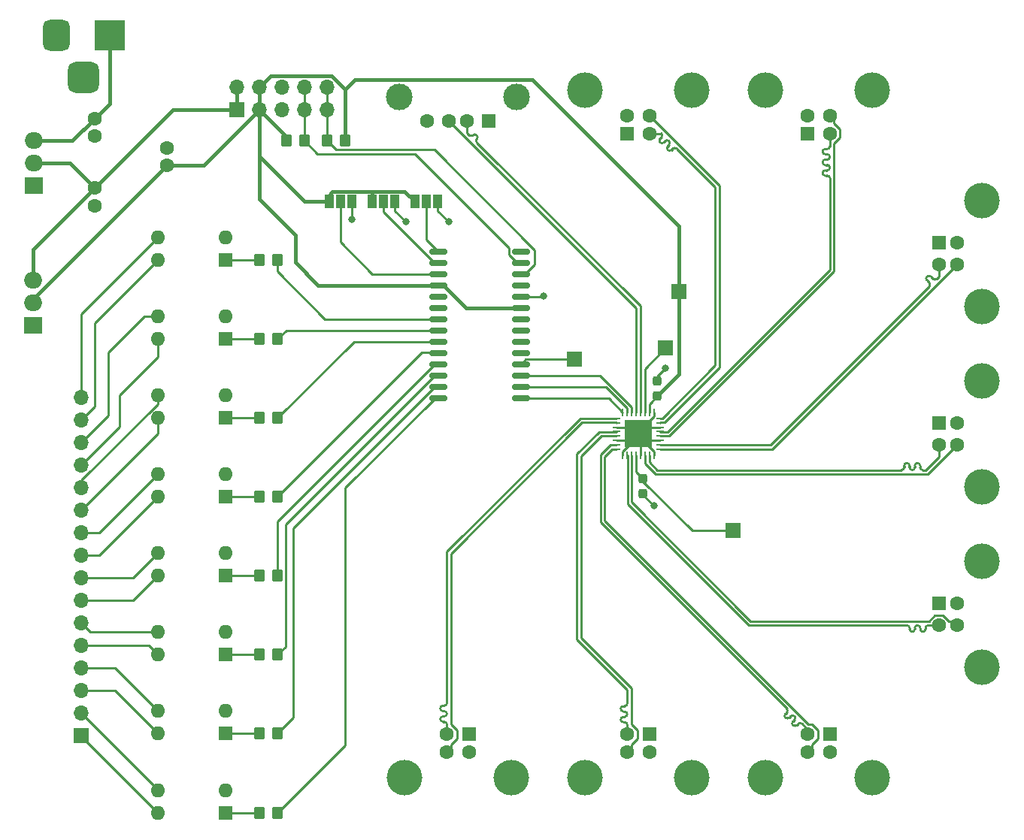
<source format=gbr>
%TF.GenerationSoftware,KiCad,Pcbnew,(6.0.4)*%
%TF.CreationDate,2022-11-01T18:45:11-05:00*%
%TF.ProjectId,RaspPi_RemoteClusterController,52617370-5069-45f5-9265-6d6f7465436c,rev?*%
%TF.SameCoordinates,Original*%
%TF.FileFunction,Copper,L1,Top*%
%TF.FilePolarity,Positive*%
%FSLAX46Y46*%
G04 Gerber Fmt 4.6, Leading zero omitted, Abs format (unit mm)*
G04 Created by KiCad (PCBNEW (6.0.4)) date 2022-11-01 18:45:11*
%MOMM*%
%LPD*%
G01*
G04 APERTURE LIST*
G04 Aperture macros list*
%AMRoundRect*
0 Rectangle with rounded corners*
0 $1 Rounding radius*
0 $2 $3 $4 $5 $6 $7 $8 $9 X,Y pos of 4 corners*
0 Add a 4 corners polygon primitive as box body*
4,1,4,$2,$3,$4,$5,$6,$7,$8,$9,$2,$3,0*
0 Add four circle primitives for the rounded corners*
1,1,$1+$1,$2,$3*
1,1,$1+$1,$4,$5*
1,1,$1+$1,$6,$7*
1,1,$1+$1,$8,$9*
0 Add four rect primitives between the rounded corners*
20,1,$1+$1,$2,$3,$4,$5,0*
20,1,$1+$1,$4,$5,$6,$7,0*
20,1,$1+$1,$6,$7,$8,$9,0*
20,1,$1+$1,$8,$9,$2,$3,0*%
%AMFreePoly0*
4,1,14,0.340806,0.106694,0.394194,0.053306,0.412500,0.009112,0.412500,-0.062500,0.394194,-0.106694,0.350000,-0.125000,-0.350000,-0.125000,-0.394194,-0.106694,-0.412500,-0.062500,-0.412500,0.062500,-0.394194,0.106694,-0.350000,0.125000,0.296612,0.125000,0.340806,0.106694,0.340806,0.106694,$1*%
%AMFreePoly1*
4,1,14,0.394194,0.106694,0.412500,0.062500,0.412500,-0.009112,0.394194,-0.053306,0.340806,-0.106694,0.296612,-0.125000,-0.350000,-0.125000,-0.394194,-0.106694,-0.412500,-0.062500,-0.412500,0.062500,-0.394194,0.106694,-0.350000,0.125000,0.350000,0.125000,0.394194,0.106694,0.394194,0.106694,$1*%
%AMFreePoly2*
4,1,14,0.106694,0.394194,0.125000,0.350000,0.125000,-0.350000,0.106694,-0.394194,0.062500,-0.412500,-0.062500,-0.412500,-0.106694,-0.394194,-0.125000,-0.350000,-0.125000,0.296612,-0.106694,0.340806,-0.053306,0.394194,-0.009112,0.412500,0.062500,0.412500,0.106694,0.394194,0.106694,0.394194,$1*%
%AMFreePoly3*
4,1,14,0.053306,0.394194,0.106694,0.340806,0.125000,0.296612,0.125000,-0.350000,0.106694,-0.394194,0.062500,-0.412500,-0.062500,-0.412500,-0.106694,-0.394194,-0.125000,-0.350000,-0.125000,0.350000,-0.106694,0.394194,-0.062500,0.412500,0.009112,0.412500,0.053306,0.394194,0.053306,0.394194,$1*%
%AMFreePoly4*
4,1,14,0.394194,0.106694,0.412500,0.062500,0.412500,-0.062500,0.394194,-0.106694,0.350000,-0.125000,-0.296612,-0.125000,-0.340806,-0.106694,-0.394194,-0.053306,-0.412500,-0.009112,-0.412500,0.062500,-0.394194,0.106694,-0.350000,0.125000,0.350000,0.125000,0.394194,0.106694,0.394194,0.106694,$1*%
%AMFreePoly5*
4,1,14,0.394194,0.106694,0.412500,0.062500,0.412500,-0.062500,0.394194,-0.106694,0.350000,-0.125000,-0.350000,-0.125000,-0.394194,-0.106694,-0.412500,-0.062500,-0.412500,0.009112,-0.394194,0.053306,-0.340806,0.106694,-0.296612,0.125000,0.350000,0.125000,0.394194,0.106694,0.394194,0.106694,$1*%
%AMFreePoly6*
4,1,14,0.106694,0.394194,0.125000,0.350000,0.125000,-0.296612,0.106694,-0.340806,0.053306,-0.394194,0.009112,-0.412500,-0.062500,-0.412500,-0.106694,-0.394194,-0.125000,-0.350000,-0.125000,0.350000,-0.106694,0.394194,-0.062500,0.412500,0.062500,0.412500,0.106694,0.394194,0.106694,0.394194,$1*%
%AMFreePoly7*
4,1,14,0.106694,0.394194,0.125000,0.350000,0.125000,-0.350000,0.106694,-0.394194,0.062500,-0.412500,-0.009112,-0.412500,-0.053306,-0.394194,-0.106694,-0.340806,-0.125000,-0.296612,-0.125000,0.350000,-0.106694,0.394194,-0.062500,0.412500,0.062500,0.412500,0.106694,0.394194,0.106694,0.394194,$1*%
G04 Aperture macros list end*
%TA.AperFunction,ComponentPad*%
%ADD10C,1.600000*%
%TD*%
%TA.AperFunction,ComponentPad*%
%ADD11R,1.600000X1.600000*%
%TD*%
%TA.AperFunction,ComponentPad*%
%ADD12C,4.000000*%
%TD*%
%TA.AperFunction,ComponentPad*%
%ADD13O,1.600000X1.600000*%
%TD*%
%TA.AperFunction,ComponentPad*%
%ADD14R,1.700000X1.700000*%
%TD*%
%TA.AperFunction,SMDPad,CuDef*%
%ADD15RoundRect,0.250000X0.350000X0.450000X-0.350000X0.450000X-0.350000X-0.450000X0.350000X-0.450000X0*%
%TD*%
%TA.AperFunction,SMDPad,CuDef*%
%ADD16RoundRect,0.237500X0.237500X-0.300000X0.237500X0.300000X-0.237500X0.300000X-0.237500X-0.300000X0*%
%TD*%
%TA.AperFunction,ComponentPad*%
%ADD17O,1.700000X1.700000*%
%TD*%
%TA.AperFunction,SMDPad,CuDef*%
%ADD18RoundRect,0.250000X-0.350000X-0.450000X0.350000X-0.450000X0.350000X0.450000X-0.350000X0.450000X0*%
%TD*%
%TA.AperFunction,SMDPad,CuDef*%
%ADD19R,1.000000X1.500000*%
%TD*%
%TA.AperFunction,ComponentPad*%
%ADD20R,2.000000X1.905000*%
%TD*%
%TA.AperFunction,ComponentPad*%
%ADD21O,2.000000X1.905000*%
%TD*%
%TA.AperFunction,ComponentPad*%
%ADD22R,1.600000X1.500000*%
%TD*%
%TA.AperFunction,ComponentPad*%
%ADD23C,3.000000*%
%TD*%
%TA.AperFunction,SMDPad,CuDef*%
%ADD24FreePoly0,270.000000*%
%TD*%
%TA.AperFunction,SMDPad,CuDef*%
%ADD25RoundRect,0.062500X-0.062500X0.350000X-0.062500X-0.350000X0.062500X-0.350000X0.062500X0.350000X0*%
%TD*%
%TA.AperFunction,SMDPad,CuDef*%
%ADD26FreePoly1,270.000000*%
%TD*%
%TA.AperFunction,SMDPad,CuDef*%
%ADD27FreePoly2,270.000000*%
%TD*%
%TA.AperFunction,SMDPad,CuDef*%
%ADD28RoundRect,0.062500X-0.350000X0.062500X-0.350000X-0.062500X0.350000X-0.062500X0.350000X0.062500X0*%
%TD*%
%TA.AperFunction,SMDPad,CuDef*%
%ADD29FreePoly3,270.000000*%
%TD*%
%TA.AperFunction,SMDPad,CuDef*%
%ADD30FreePoly4,270.000000*%
%TD*%
%TA.AperFunction,SMDPad,CuDef*%
%ADD31FreePoly5,270.000000*%
%TD*%
%TA.AperFunction,SMDPad,CuDef*%
%ADD32FreePoly6,270.000000*%
%TD*%
%TA.AperFunction,SMDPad,CuDef*%
%ADD33FreePoly7,270.000000*%
%TD*%
%TA.AperFunction,SMDPad,CuDef*%
%ADD34R,3.100000X3.100000*%
%TD*%
%TA.AperFunction,SMDPad,CuDef*%
%ADD35RoundRect,0.237500X-0.237500X0.300000X-0.237500X-0.300000X0.237500X-0.300000X0.237500X0.300000X0*%
%TD*%
%TA.AperFunction,SMDPad,CuDef*%
%ADD36RoundRect,0.150000X0.875000X0.150000X-0.875000X0.150000X-0.875000X-0.150000X0.875000X-0.150000X0*%
%TD*%
%TA.AperFunction,ComponentPad*%
%ADD37R,3.500000X3.500000*%
%TD*%
%TA.AperFunction,ComponentPad*%
%ADD38RoundRect,0.750000X-0.750000X-1.000000X0.750000X-1.000000X0.750000X1.000000X-0.750000X1.000000X0*%
%TD*%
%TA.AperFunction,ComponentPad*%
%ADD39RoundRect,0.875000X-0.875000X-0.875000X0.875000X-0.875000X0.875000X0.875000X-0.875000X0.875000X0*%
%TD*%
%TA.AperFunction,ViaPad*%
%ADD40C,0.800000*%
%TD*%
%TA.AperFunction,Conductor*%
%ADD41C,0.400000*%
%TD*%
%TA.AperFunction,Conductor*%
%ADD42C,0.250000*%
%TD*%
%TA.AperFunction,Conductor*%
%ADD43C,0.261112*%
%TD*%
G04 APERTURE END LIST*
D10*
%TO.P,C3,1*%
%TO.N,+3V3*%
X117094000Y-61198000D03*
%TO.P,C3,2*%
%TO.N,GND*%
X117094000Y-59198000D03*
%TD*%
%TO.P,C2,1*%
%TO.N,+5V*%
X108966000Y-63754000D03*
%TO.P,C2,2*%
%TO.N,GND*%
X108966000Y-65754000D03*
%TD*%
%TO.P,C1,1*%
%TO.N,+6V*%
X108966000Y-55896000D03*
%TO.P,C1,2*%
%TO.N,GND*%
X108966000Y-57896000D03*
%TD*%
D11*
%TO.P,J11,1,VBUS*%
%TO.N,unconnected-(J11-Pad1)*%
X151110000Y-125292500D03*
D10*
%TO.P,J11,2,D-*%
%TO.N,/D0-*%
X148610000Y-125292500D03*
%TO.P,J11,3,D+*%
%TO.N,/D0+*%
X148610000Y-127292500D03*
%TO.P,J11,4,GND*%
%TO.N,GND*%
X151110000Y-127292500D03*
D12*
%TO.P,J11,5,Shield*%
X143860000Y-130152500D03*
X155860000Y-130152500D03*
%TD*%
D11*
%TO.P,J6,1,VBUS*%
%TO.N,unconnected-(J6-Pad1)*%
X204032500Y-69870000D03*
D10*
%TO.P,J6,2,D-*%
%TO.N,/D5-*%
X204032500Y-72370000D03*
%TO.P,J6,3,D+*%
%TO.N,/D5+*%
X206032500Y-72370000D03*
%TO.P,J6,4,GND*%
%TO.N,GND*%
X206032500Y-69870000D03*
D12*
%TO.P,J6,5,Shield*%
X208892500Y-65120000D03*
X208892500Y-77120000D03*
%TD*%
D11*
%TO.P,U11,1*%
%TO.N,Net-(R9-Pad2)*%
X123688000Y-80772000D03*
D13*
%TO.P,U11,2*%
%TO.N,GND*%
X123688000Y-78232000D03*
%TO.P,U11,3*%
%TO.N,Net-(J12-Pad14)*%
X116068000Y-78232000D03*
%TO.P,U11,4*%
%TO.N,Net-(J12-Pad13)*%
X116068000Y-80772000D03*
%TD*%
D14*
%TO.P,JU1,1,Pin_1*%
%TO.N,Net-(JU1-Pad1)*%
X173228000Y-81788000D03*
%TD*%
%TO.P,JU4,1,Pin_1*%
%TO.N,+3V3*%
X174752000Y-75438000D03*
%TD*%
D15*
%TO.P,R1,1*%
%TO.N,+3V3*%
X137144000Y-58420000D03*
%TO.P,R1,2*%
%TO.N,Net-(J2-Pad10)*%
X135144000Y-58420000D03*
%TD*%
D16*
%TO.P,C4,1*%
%TO.N,+3V3*%
X172310000Y-87202500D03*
%TO.P,C4,2*%
%TO.N,GND*%
X172310000Y-85477500D03*
%TD*%
D14*
%TO.P,J2,1,Pin_1*%
%TO.N,+5V*%
X124973000Y-54926000D03*
D17*
%TO.P,J2,2,Pin_2*%
X124973000Y-52386000D03*
%TO.P,J2,3,Pin_3*%
%TO.N,+3V3*%
X127513000Y-54926000D03*
%TO.P,J2,4,Pin_4*%
X127513000Y-52386000D03*
%TO.P,J2,5,Pin_5*%
%TO.N,GND*%
X130053000Y-54926000D03*
%TO.P,J2,6,Pin_6*%
X130053000Y-52386000D03*
%TO.P,J2,7,Pin_7*%
%TO.N,Net-(J2-Pad7)*%
X132593000Y-54926000D03*
%TO.P,J2,8,Pin_8*%
X132593000Y-52386000D03*
%TO.P,J2,9,Pin_9*%
%TO.N,Net-(J2-Pad10)*%
X135133000Y-54926000D03*
%TO.P,J2,10,Pin_10*%
X135133000Y-52386000D03*
%TD*%
D14*
%TO.P,JU2,1,Pin_1*%
%TO.N,Net-(JU2-Pad1)*%
X162990000Y-83058000D03*
%TD*%
D11*
%TO.P,U9,1*%
%TO.N,Net-(R7-Pad2)*%
X123688000Y-98552000D03*
D13*
%TO.P,U9,2*%
%TO.N,GND*%
X123688000Y-96012000D03*
%TO.P,U9,3*%
%TO.N,Net-(J12-Pad10)*%
X116068000Y-96012000D03*
%TO.P,U9,4*%
%TO.N,Net-(J12-Pad9)*%
X116068000Y-98552000D03*
%TD*%
D11*
%TO.P,J9,1,VBUS*%
%TO.N,unconnected-(J9-Pad1)*%
X191750000Y-125292500D03*
D10*
%TO.P,J9,2,D-*%
%TO.N,/D2-*%
X189250000Y-125292500D03*
%TO.P,J9,3,D+*%
%TO.N,/D2+*%
X189250000Y-127292500D03*
%TO.P,J9,4,GND*%
%TO.N,GND*%
X191750000Y-127292500D03*
D12*
%TO.P,J9,5,Shield*%
X184500000Y-130152500D03*
X196500000Y-130152500D03*
%TD*%
D11*
%TO.P,J4,1,VBUS*%
%TO.N,unconnected-(J4-Pad1)*%
X168930000Y-57587500D03*
D10*
%TO.P,J4,2,D-*%
%TO.N,/D7-*%
X171430000Y-57587500D03*
%TO.P,J4,3,D+*%
%TO.N,/D7+*%
X171430000Y-55587500D03*
%TO.P,J4,4,GND*%
%TO.N,GND*%
X168930000Y-55587500D03*
D12*
%TO.P,J4,5,Shield*%
X176180000Y-52727500D03*
X164180000Y-52727500D03*
%TD*%
D18*
%TO.P,R2,1*%
%TO.N,+3V3*%
X130572000Y-58420000D03*
%TO.P,R2,2*%
%TO.N,Net-(J2-Pad7)*%
X132572000Y-58420000D03*
%TD*%
D19*
%TO.P,JP1,1,A*%
%TO.N,+3V3*%
X145004000Y-65278000D03*
%TO.P,JP1,2,C*%
%TO.N,Net-(JP1-Pad2)*%
X146304000Y-65278000D03*
%TO.P,JP1,3,B*%
%TO.N,GND*%
X147604000Y-65278000D03*
%TD*%
D20*
%TO.P,U2,1,GND*%
%TO.N,GND*%
X102037000Y-79248000D03*
D21*
%TO.P,U2,2,VO*%
%TO.N,+3V3*%
X102037000Y-76708000D03*
%TO.P,U2,3,VI*%
%TO.N,+5V*%
X102037000Y-74168000D03*
%TD*%
D11*
%TO.P,U8,1*%
%TO.N,Net-(R6-Pad2)*%
X123688000Y-107442000D03*
D13*
%TO.P,U8,2*%
%TO.N,GND*%
X123688000Y-104902000D03*
%TO.P,U8,3*%
%TO.N,Net-(J12-Pad8)*%
X116068000Y-104902000D03*
%TO.P,U8,4*%
%TO.N,Net-(J12-Pad7)*%
X116068000Y-107442000D03*
%TD*%
D15*
%TO.P,R8,1*%
%TO.N,Net-(R8-Pad1)*%
X129524000Y-89662000D03*
%TO.P,R8,2*%
%TO.N,Net-(R8-Pad2)*%
X127524000Y-89662000D03*
%TD*%
D14*
%TO.P,JU3,1,Pin_1*%
%TO.N,Net-(C5-Pad1)*%
X180848000Y-102362000D03*
%TD*%
D15*
%TO.P,R5,1*%
%TO.N,Net-(R5-Pad1)*%
X129524000Y-116337000D03*
%TO.P,R5,2*%
%TO.N,Net-(R5-Pad2)*%
X127524000Y-116337000D03*
%TD*%
%TO.P,R6,1*%
%TO.N,Net-(R6-Pad1)*%
X129524000Y-107442000D03*
%TO.P,R6,2*%
%TO.N,Net-(R6-Pad2)*%
X127524000Y-107442000D03*
%TD*%
D14*
%TO.P,J12,1,Pin_1*%
%TO.N,Net-(J12-Pad1)*%
X107442000Y-125476000D03*
D17*
%TO.P,J12,2,Pin_2*%
%TO.N,Net-(J12-Pad2)*%
X107442000Y-122936000D03*
%TO.P,J12,3,Pin_3*%
%TO.N,Net-(J12-Pad3)*%
X107442000Y-120396000D03*
%TO.P,J12,4,Pin_4*%
%TO.N,Net-(J12-Pad4)*%
X107442000Y-117856000D03*
%TO.P,J12,5,Pin_5*%
%TO.N,Net-(J12-Pad5)*%
X107442000Y-115316000D03*
%TO.P,J12,6,Pin_6*%
%TO.N,Net-(J12-Pad6)*%
X107442000Y-112776000D03*
%TO.P,J12,7,Pin_7*%
%TO.N,Net-(J12-Pad7)*%
X107442000Y-110236000D03*
%TO.P,J12,8,Pin_8*%
%TO.N,Net-(J12-Pad8)*%
X107442000Y-107696000D03*
%TO.P,J12,9,Pin_9*%
%TO.N,Net-(J12-Pad9)*%
X107442000Y-105156000D03*
%TO.P,J12,10,Pin_10*%
%TO.N,Net-(J12-Pad10)*%
X107442000Y-102616000D03*
%TO.P,J12,11,Pin_11*%
%TO.N,Net-(J12-Pad11)*%
X107442000Y-100076000D03*
%TO.P,J12,12,Pin_12*%
%TO.N,Net-(J12-Pad12)*%
X107442000Y-97536000D03*
%TO.P,J12,13,Pin_13*%
%TO.N,Net-(J12-Pad13)*%
X107442000Y-94996000D03*
%TO.P,J12,14,Pin_14*%
%TO.N,Net-(J12-Pad14)*%
X107442000Y-92456000D03*
%TO.P,J12,15,Pin_15*%
%TO.N,Net-(J12-Pad15)*%
X107442000Y-89916000D03*
%TO.P,J12,16,Pin_16*%
%TO.N,Net-(J12-Pad16)*%
X107442000Y-87376000D03*
%TD*%
D19*
%TO.P,JP3,1,A*%
%TO.N,+3V3*%
X135352000Y-65278000D03*
%TO.P,JP3,2,C*%
%TO.N,Net-(JP3-Pad2)*%
X136652000Y-65278000D03*
%TO.P,JP3,3,B*%
%TO.N,GND*%
X137952000Y-65278000D03*
%TD*%
D11*
%TO.P,J7,1,VBUS*%
%TO.N,unconnected-(J7-Pad1)*%
X204032500Y-90190000D03*
D10*
%TO.P,J7,2,D-*%
%TO.N,/D4-*%
X204032500Y-92690000D03*
%TO.P,J7,3,D+*%
%TO.N,/D4+*%
X206032500Y-92690000D03*
%TO.P,J7,4,GND*%
%TO.N,GND*%
X206032500Y-90190000D03*
D12*
%TO.P,J7,5,Shield*%
X208892500Y-85440000D03*
X208892500Y-97440000D03*
%TD*%
D22*
%TO.P,J3,1,VBUS*%
%TO.N,unconnected-(J3-Pad1)*%
X153360000Y-56160000D03*
D10*
%TO.P,J3,2,D-*%
%TO.N,/COM-*%
X150860000Y-56160000D03*
%TO.P,J3,3,D+*%
%TO.N,/COM+*%
X148860000Y-56160000D03*
%TO.P,J3,4,GND*%
%TO.N,GND*%
X146360000Y-56160000D03*
D23*
%TO.P,J3,5,Shield*%
X156430000Y-53450000D03*
X143290000Y-53450000D03*
%TD*%
D15*
%TO.P,R3,1*%
%TO.N,Net-(R3-Pad1)*%
X129524000Y-134158000D03*
%TO.P,R3,2*%
%TO.N,Net-(R3-Pad2)*%
X127524000Y-134158000D03*
%TD*%
D11*
%TO.P,J8,1,VBUS*%
%TO.N,unconnected-(J8-Pad1)*%
X204032500Y-110510000D03*
D10*
%TO.P,J8,2,D-*%
%TO.N,/D3-*%
X204032500Y-113010000D03*
%TO.P,J8,3,D+*%
%TO.N,/D3+*%
X206032500Y-113010000D03*
%TO.P,J8,4,GND*%
%TO.N,GND*%
X206032500Y-110510000D03*
D12*
%TO.P,J8,5,Shield*%
X208892500Y-105760000D03*
X208892500Y-117760000D03*
%TD*%
D11*
%TO.P,U6,1*%
%TO.N,Net-(R4-Pad2)*%
X123688000Y-125222000D03*
D13*
%TO.P,U6,2*%
%TO.N,GND*%
X123688000Y-122682000D03*
%TO.P,U6,3*%
%TO.N,Net-(J12-Pad4)*%
X116068000Y-122682000D03*
%TO.P,U6,4*%
%TO.N,Net-(J12-Pad3)*%
X116068000Y-125222000D03*
%TD*%
D24*
%TO.P,U4,1,GND*%
%TO.N,GND*%
X171930000Y-89002500D03*
D25*
%TO.P,U4,2,+3V3*%
%TO.N,+3V3*%
X171430000Y-89002500D03*
%TO.P,U4,3,EN*%
%TO.N,Net-(JU1-Pad1)*%
X170930000Y-89002500D03*
%TO.P,U4,4,COM0-*%
%TO.N,/COM-*%
X170430000Y-89002500D03*
%TO.P,U4,5,COM+*%
%TO.N,/COM+*%
X169930000Y-89002500D03*
%TO.P,U4,6,C0*%
%TO.N,Net-(U3-Pad3)*%
X169430000Y-89002500D03*
%TO.P,U4,7,C1*%
%TO.N,Net-(U3-Pad2)*%
X168930000Y-89002500D03*
D26*
%TO.P,U4,8,C2*%
%TO.N,Net-(U3-Pad1)*%
X168430000Y-89002500D03*
D27*
%TO.P,U4,9,D0-*%
%TO.N,/D0-*%
X167742500Y-89690000D03*
D28*
%TO.P,U4,10,D0+*%
%TO.N,/D0+*%
X167742500Y-90190000D03*
%TO.P,U4,11,GND*%
%TO.N,GND*%
X167742500Y-90690000D03*
%TO.P,U4,12,D1-*%
%TO.N,/D1-*%
X167742500Y-91190000D03*
%TO.P,U4,13,D1+*%
%TO.N,/D1+*%
X167742500Y-91690000D03*
%TO.P,U4,14,GND*%
%TO.N,GND*%
X167742500Y-92190000D03*
%TO.P,U4,15,D2-*%
%TO.N,/D2-*%
X167742500Y-92690000D03*
D29*
%TO.P,U4,16,D2+*%
%TO.N,/D2+*%
X167742500Y-93190000D03*
D30*
%TO.P,U4,17,GND*%
%TO.N,GND*%
X168430000Y-93877500D03*
D25*
%TO.P,U4,18,D3-*%
%TO.N,/D3-*%
X168930000Y-93877500D03*
%TO.P,U4,19,D3+*%
%TO.N,/D3+*%
X169430000Y-93877500D03*
%TO.P,U4,20,+3V3*%
%TO.N,Net-(C5-Pad1)*%
X169930000Y-93877500D03*
%TO.P,U4,21,GND*%
%TO.N,GND*%
X170430000Y-93877500D03*
%TO.P,U4,22,D4+*%
%TO.N,/D4+*%
X170930000Y-93877500D03*
%TO.P,U4,23,D4-*%
%TO.N,/D4-*%
X171430000Y-93877500D03*
D31*
%TO.P,U4,24,GND*%
%TO.N,GND*%
X171930000Y-93877500D03*
D32*
%TO.P,U4,25,D5+*%
%TO.N,/D5+*%
X172617500Y-93190000D03*
D28*
%TO.P,U4,26,D5-*%
%TO.N,/D5-*%
X172617500Y-92690000D03*
%TO.P,U4,27,GND*%
%TO.N,GND*%
X172617500Y-92190000D03*
%TO.P,U4,28,D6+*%
%TO.N,/D6+*%
X172617500Y-91690000D03*
%TO.P,U4,29,D6-*%
%TO.N,/D6-*%
X172617500Y-91190000D03*
%TO.P,U4,30,GND*%
%TO.N,GND*%
X172617500Y-90690000D03*
%TO.P,U4,31,D7+*%
%TO.N,/D7+*%
X172617500Y-90190000D03*
D33*
%TO.P,U4,32,D7-*%
%TO.N,/D7-*%
X172617500Y-89690000D03*
D34*
%TO.P,U4,33,EP*%
%TO.N,GND*%
X170180000Y-91440000D03*
%TD*%
D11*
%TO.P,U7,1*%
%TO.N,Net-(R5-Pad2)*%
X123688000Y-116337000D03*
D13*
%TO.P,U7,2*%
%TO.N,GND*%
X123688000Y-113797000D03*
%TO.P,U7,3*%
%TO.N,Net-(J12-Pad6)*%
X116068000Y-113797000D03*
%TO.P,U7,4*%
%TO.N,Net-(J12-Pad5)*%
X116068000Y-116337000D03*
%TD*%
D19*
%TO.P,JP2,1,A*%
%TO.N,+3V3*%
X140178000Y-65278000D03*
%TO.P,JP2,2,C*%
%TO.N,Net-(JP2-Pad2)*%
X141478000Y-65278000D03*
%TO.P,JP2,3,B*%
%TO.N,GND*%
X142778000Y-65278000D03*
%TD*%
D11*
%TO.P,J5,1,VBUS*%
%TO.N,unconnected-(J5-Pad1)*%
X189250000Y-57587500D03*
D10*
%TO.P,J5,2,D-*%
%TO.N,/D6-*%
X191750000Y-57587500D03*
%TO.P,J5,3,D+*%
%TO.N,/D6+*%
X191750000Y-55587500D03*
%TO.P,J5,4,GND*%
%TO.N,GND*%
X189250000Y-55587500D03*
D12*
%TO.P,J5,5,Shield*%
X184500000Y-52727500D03*
X196500000Y-52727500D03*
%TD*%
D35*
%TO.P,C5,1*%
%TO.N,Net-(C5-Pad1)*%
X170710000Y-96470000D03*
%TO.P,C5,2*%
%TO.N,GND*%
X170710000Y-98195000D03*
%TD*%
D11*
%TO.P,U12,1*%
%TO.N,Net-(R10-Pad2)*%
X123688000Y-71882000D03*
D13*
%TO.P,U12,2*%
%TO.N,GND*%
X123688000Y-69342000D03*
%TO.P,U12,3*%
%TO.N,Net-(J12-Pad16)*%
X116068000Y-69342000D03*
%TO.P,U12,4*%
%TO.N,Net-(J12-Pad15)*%
X116068000Y-71882000D03*
%TD*%
D11*
%TO.P,U5,1*%
%TO.N,Net-(R3-Pad2)*%
X123688000Y-134158000D03*
D13*
%TO.P,U5,2*%
%TO.N,GND*%
X123688000Y-131618000D03*
%TO.P,U5,3*%
%TO.N,Net-(J12-Pad2)*%
X116068000Y-131618000D03*
%TO.P,U5,4*%
%TO.N,Net-(J12-Pad1)*%
X116068000Y-134158000D03*
%TD*%
D11*
%TO.P,U10,1*%
%TO.N,Net-(R8-Pad2)*%
X123688000Y-89662000D03*
D13*
%TO.P,U10,2*%
%TO.N,GND*%
X123688000Y-87122000D03*
%TO.P,U10,3*%
%TO.N,Net-(J12-Pad12)*%
X116068000Y-87122000D03*
%TO.P,U10,4*%
%TO.N,Net-(J12-Pad11)*%
X116068000Y-89662000D03*
%TD*%
D15*
%TO.P,R10,1*%
%TO.N,Net-(R10-Pad1)*%
X129524000Y-71882000D03*
%TO.P,R10,2*%
%TO.N,Net-(R10-Pad2)*%
X127524000Y-71882000D03*
%TD*%
%TO.P,R9,1*%
%TO.N,Net-(R9-Pad1)*%
X129524000Y-80772000D03*
%TO.P,R9,2*%
%TO.N,Net-(R9-Pad2)*%
X127524000Y-80772000D03*
%TD*%
%TO.P,R4,1*%
%TO.N,Net-(R4-Pad1)*%
X129524000Y-125222000D03*
%TO.P,R4,2*%
%TO.N,Net-(R4-Pad2)*%
X127524000Y-125222000D03*
%TD*%
D36*
%TO.P,U3,1,GPB0*%
%TO.N,Net-(U3-Pad1)*%
X156970000Y-87405000D03*
%TO.P,U3,2,GPB1*%
%TO.N,Net-(U3-Pad2)*%
X156970000Y-86135000D03*
%TO.P,U3,3,GPB2*%
%TO.N,Net-(U3-Pad3)*%
X156970000Y-84865000D03*
%TO.P,U3,4,GPB3*%
%TO.N,Net-(JU2-Pad1)*%
X156970000Y-83595000D03*
%TO.P,U3,5,GPB4*%
%TO.N,unconnected-(U3-Pad5)*%
X156970000Y-82325000D03*
%TO.P,U3,6,GPB5*%
%TO.N,unconnected-(U3-Pad6)*%
X156970000Y-81055000D03*
%TO.P,U3,7,GPB6*%
%TO.N,unconnected-(U3-Pad7)*%
X156970000Y-79785000D03*
%TO.P,U3,8,GPB7*%
%TO.N,unconnected-(U3-Pad8)*%
X156970000Y-78515000D03*
%TO.P,U3,9,VDD*%
%TO.N,+3V3*%
X156970000Y-77245000D03*
%TO.P,U3,10,VSS*%
%TO.N,GND*%
X156970000Y-75975000D03*
%TO.P,U3,11,NC*%
%TO.N,unconnected-(U3-Pad11)*%
X156970000Y-74705000D03*
%TO.P,U3,12,SCK*%
%TO.N,Net-(J2-Pad10)*%
X156970000Y-73435000D03*
%TO.P,U3,13,SDA*%
%TO.N,Net-(J2-Pad7)*%
X156970000Y-72165000D03*
%TO.P,U3,14,NC*%
%TO.N,unconnected-(U3-Pad14)*%
X156970000Y-70895000D03*
%TO.P,U3,15,A0*%
%TO.N,Net-(JP1-Pad2)*%
X147670000Y-70895000D03*
%TO.P,U3,16,A1*%
%TO.N,Net-(JP2-Pad2)*%
X147670000Y-72165000D03*
%TO.P,U3,17,A2*%
%TO.N,Net-(JP3-Pad2)*%
X147670000Y-73435000D03*
%TO.P,U3,18,~{RESET}*%
%TO.N,+3V3*%
X147670000Y-74705000D03*
%TO.P,U3,19,INTB*%
%TO.N,unconnected-(U3-Pad19)*%
X147670000Y-75975000D03*
%TO.P,U3,20,INTA*%
%TO.N,unconnected-(U3-Pad20)*%
X147670000Y-77245000D03*
%TO.P,U3,21,GPA0*%
%TO.N,Net-(R10-Pad1)*%
X147670000Y-78515000D03*
%TO.P,U3,22,GPA1*%
%TO.N,Net-(R9-Pad1)*%
X147670000Y-79785000D03*
%TO.P,U3,23,GPA2*%
%TO.N,Net-(R8-Pad1)*%
X147670000Y-81055000D03*
%TO.P,U3,24,GPA3*%
%TO.N,Net-(R7-Pad1)*%
X147670000Y-82325000D03*
%TO.P,U3,25,GPA4*%
%TO.N,Net-(R6-Pad1)*%
X147670000Y-83595000D03*
%TO.P,U3,26,GPA5*%
%TO.N,Net-(R5-Pad1)*%
X147670000Y-84865000D03*
%TO.P,U3,27,GPA6*%
%TO.N,Net-(R4-Pad1)*%
X147670000Y-86135000D03*
%TO.P,U3,28,GPA7*%
%TO.N,Net-(R3-Pad1)*%
X147670000Y-87405000D03*
%TD*%
D37*
%TO.P,J1,1*%
%TO.N,+6V*%
X110648000Y-46540500D03*
D38*
%TO.P,J1,2*%
%TO.N,GND*%
X104648000Y-46540500D03*
D39*
%TO.P,J1,3*%
%TO.N,N/C*%
X107648000Y-51240500D03*
%TD*%
D15*
%TO.P,R7,1*%
%TO.N,Net-(R7-Pad1)*%
X129524000Y-98552000D03*
%TO.P,R7,2*%
%TO.N,Net-(R7-Pad2)*%
X127524000Y-98552000D03*
%TD*%
D11*
%TO.P,J10,1,VBUS*%
%TO.N,unconnected-(J10-Pad1)*%
X171430000Y-125292500D03*
D10*
%TO.P,J10,2,D-*%
%TO.N,/D1-*%
X168930000Y-125292500D03*
%TO.P,J10,3,D+*%
%TO.N,/D1+*%
X168930000Y-127292500D03*
%TO.P,J10,4,GND*%
%TO.N,GND*%
X171430000Y-127292500D03*
D12*
%TO.P,J10,5,Shield*%
X176180000Y-130152500D03*
X164180000Y-130152500D03*
%TD*%
D20*
%TO.P,U1,1,GND*%
%TO.N,GND*%
X102108000Y-63500000D03*
D21*
%TO.P,U1,2,VO*%
%TO.N,+5V*%
X102108000Y-60960000D03*
%TO.P,U1,3,VI*%
%TO.N,+6V*%
X102108000Y-58420000D03*
%TD*%
D40*
%TO.N,GND*%
X148844000Y-67564000D03*
X173228000Y-84074000D03*
X159512000Y-75946000D03*
X170170000Y-91450000D03*
X137922000Y-67310000D03*
X144018000Y-67564000D03*
X171958000Y-99568000D03*
%TD*%
D41*
%TO.N,+3V3*%
X102037000Y-76708000D02*
X102037000Y-76255000D01*
X102037000Y-76255000D02*
X117094000Y-61198000D01*
%TO.N,+5V*%
X102037000Y-70683000D02*
X108966000Y-63754000D01*
X102037000Y-74168000D02*
X102037000Y-70683000D01*
X106172000Y-60960000D02*
X108966000Y-63754000D01*
X102108000Y-60960000D02*
X106172000Y-60960000D01*
%TO.N,+6V*%
X106442000Y-58420000D02*
X108966000Y-55896000D01*
X102108000Y-58420000D02*
X106442000Y-58420000D01*
%TO.N,+3V3*%
X121241000Y-61198000D02*
X127513000Y-54926000D01*
X117094000Y-61198000D02*
X121241000Y-61198000D01*
%TO.N,+5V*%
X124973000Y-54926000D02*
X124973000Y-52386000D01*
X117794000Y-54926000D02*
X124973000Y-54926000D01*
X108966000Y-63754000D02*
X117794000Y-54926000D01*
D42*
%TO.N,Net-(J12-Pad1)*%
X107442000Y-125532000D02*
X116068000Y-134158000D01*
X107442000Y-125476000D02*
X107442000Y-125532000D01*
%TO.N,Net-(J12-Pad2)*%
X116068000Y-131562000D02*
X116068000Y-131618000D01*
X107442000Y-122936000D02*
X116068000Y-131562000D01*
%TO.N,Net-(J12-Pad3)*%
X111242000Y-120396000D02*
X116068000Y-125222000D01*
X107442000Y-120396000D02*
X111242000Y-120396000D01*
%TO.N,Net-(J12-Pad4)*%
X111242000Y-117856000D02*
X116068000Y-122682000D01*
X107442000Y-117856000D02*
X111242000Y-117856000D01*
%TO.N,Net-(J12-Pad5)*%
X115047000Y-115316000D02*
X116068000Y-116337000D01*
X107442000Y-115316000D02*
X115047000Y-115316000D01*
%TO.N,Net-(J12-Pad6)*%
X108463000Y-113797000D02*
X116068000Y-113797000D01*
X107442000Y-112776000D02*
X108463000Y-113797000D01*
%TO.N,Net-(J12-Pad7)*%
X113274000Y-110236000D02*
X116068000Y-107442000D01*
X107442000Y-110236000D02*
X113274000Y-110236000D01*
%TO.N,Net-(J12-Pad8)*%
X113274000Y-107696000D02*
X116068000Y-104902000D01*
X107442000Y-107696000D02*
X113274000Y-107696000D01*
%TO.N,Net-(J12-Pad9)*%
X107442000Y-105156000D02*
X109464000Y-105156000D01*
X109464000Y-105156000D02*
X116068000Y-98552000D01*
%TO.N,Net-(J12-Pad10)*%
X109464000Y-102616000D02*
X116068000Y-96012000D01*
X107442000Y-102616000D02*
X109464000Y-102616000D01*
%TO.N,Net-(J12-Pad11)*%
X107442000Y-100076000D02*
X116068000Y-91450000D01*
X116068000Y-91450000D02*
X116068000Y-89662000D01*
%TO.N,Net-(J12-Pad12)*%
X116068000Y-88071700D02*
X116068000Y-87122000D01*
X107442000Y-96697700D02*
X116068000Y-88071700D01*
X107442000Y-97536000D02*
X107442000Y-96697700D01*
%TO.N,Net-(J12-Pad13)*%
X116068000Y-82814000D02*
X116068000Y-80772000D01*
X111760000Y-87122000D02*
X116068000Y-82814000D01*
X111760000Y-90678000D02*
X111760000Y-87122000D01*
X107442000Y-94996000D02*
X111760000Y-90678000D01*
%TO.N,Net-(J12-Pad14)*%
X110490000Y-82296000D02*
X114554000Y-78232000D01*
X110490000Y-89408000D02*
X110490000Y-82296000D01*
X107442000Y-92456000D02*
X110490000Y-89408000D01*
X114554000Y-78232000D02*
X116068000Y-78232000D01*
%TO.N,Net-(J12-Pad15)*%
X108966000Y-78984000D02*
X116068000Y-71882000D01*
X108966000Y-88392000D02*
X108966000Y-78984000D01*
X107442000Y-89916000D02*
X108966000Y-88392000D01*
%TO.N,Net-(J12-Pad16)*%
X107442000Y-77968000D02*
X116068000Y-69342000D01*
X107442000Y-87376000D02*
X107442000Y-77968000D01*
D41*
%TO.N,+6V*%
X110648000Y-54214000D02*
X108966000Y-55896000D01*
X110648000Y-46540500D02*
X110648000Y-54214000D01*
D42*
%TO.N,GND*%
X170180000Y-91212328D02*
X170180000Y-91440000D01*
X170710000Y-98320000D02*
X171958000Y-99568000D01*
X168430000Y-93877500D02*
X168430000Y-93417672D01*
X169430000Y-90690000D02*
X170180000Y-91440000D01*
X169430000Y-92190000D02*
X170170000Y-91450000D01*
X172617500Y-90690000D02*
X170930000Y-90690000D01*
X142778000Y-65278000D02*
X142778000Y-66324000D01*
X171930000Y-93877500D02*
X171930000Y-93408940D01*
X170180000Y-91658940D02*
X170180000Y-91440000D01*
X159483000Y-75975000D02*
X159512000Y-75946000D01*
X171930000Y-89002500D02*
X171930000Y-89462328D01*
X137952000Y-67280000D02*
X137922000Y-67310000D01*
X172310000Y-85477500D02*
X172310000Y-84992000D01*
X170180000Y-91667672D02*
X170180000Y-91440000D01*
X170170000Y-91450000D02*
X170180000Y-91440000D01*
X171930000Y-89462328D02*
X170180000Y-91212328D01*
X172310000Y-84992000D02*
X173228000Y-84074000D01*
X137952000Y-65278000D02*
X137952000Y-67280000D01*
X170430000Y-93877500D02*
X170430000Y-91690000D01*
X170710000Y-98195000D02*
X170710000Y-98320000D01*
X167742500Y-92190000D02*
X169430000Y-92190000D01*
X170930000Y-92190000D02*
X170180000Y-91440000D01*
X170930000Y-90690000D02*
X170180000Y-91440000D01*
X142778000Y-66324000D02*
X144018000Y-67564000D01*
X167742500Y-90690000D02*
X169430000Y-90690000D01*
X170430000Y-91690000D02*
X170180000Y-91440000D01*
X147604000Y-65278000D02*
X147604000Y-66324000D01*
X171930000Y-93408940D02*
X170180000Y-91658940D01*
X172617500Y-92190000D02*
X170930000Y-92190000D01*
X168430000Y-93417672D02*
X170180000Y-91667672D01*
X147604000Y-66324000D02*
X148844000Y-67564000D01*
X156970000Y-75975000D02*
X159483000Y-75975000D01*
D41*
%TO.N,+3V3*%
X127513000Y-65029000D02*
X127513000Y-60203000D01*
X137144000Y-52629924D02*
X135650565Y-51136489D01*
X128762511Y-51136489D02*
X127513000Y-52386000D01*
X137144000Y-52629924D02*
X138223435Y-51550489D01*
D42*
X171666250Y-87846250D02*
X172310000Y-87202500D01*
X171430000Y-89002500D02*
X171430000Y-88082500D01*
D41*
X130572000Y-57985000D02*
X127513000Y-54926000D01*
X174752000Y-68072000D02*
X174752000Y-84760500D01*
X137144000Y-58420000D02*
X137144000Y-52629924D01*
X134141000Y-74705000D02*
X131572000Y-72136000D01*
X135352000Y-64528978D02*
X135752489Y-64128489D01*
X140087511Y-64128489D02*
X143854489Y-64128489D01*
X156970000Y-77245000D02*
X150742138Y-77245000D01*
X150742138Y-77245000D02*
X148202138Y-74705000D01*
X127513000Y-54926000D02*
X127513000Y-52386000D01*
X147670000Y-74705000D02*
X134141000Y-74705000D01*
X148202138Y-74705000D02*
X147670000Y-74705000D01*
X130572000Y-58420000D02*
X130572000Y-57985000D01*
X127513000Y-60203000D02*
X127513000Y-54926000D01*
X135650565Y-51136489D02*
X128762511Y-51136489D01*
D42*
X171430000Y-88082500D02*
X171666250Y-87846250D01*
D41*
X131572000Y-69088000D02*
X127513000Y-65029000D01*
X135352000Y-65278000D02*
X135352000Y-64528978D01*
X140178000Y-65278000D02*
X140178000Y-64218978D01*
X138223435Y-51550489D02*
X158230489Y-51550489D01*
X131572000Y-72136000D02*
X131572000Y-69088000D01*
X140178000Y-64218978D02*
X140087511Y-64128489D01*
X174752000Y-84760500D02*
X172310000Y-87202500D01*
X158230489Y-51550489D02*
X174752000Y-68072000D01*
X127513000Y-60203000D02*
X132588000Y-65278000D01*
X143854489Y-64128489D02*
X145004000Y-65278000D01*
X135752489Y-64128489D02*
X140087511Y-64128489D01*
X132588000Y-65278000D02*
X135352000Y-65278000D01*
D42*
%TO.N,Net-(R3-Pad1)*%
X137160000Y-97536000D02*
X137160000Y-126522000D01*
X147670000Y-87405000D02*
X147291000Y-87405000D01*
X147291000Y-87405000D02*
X137160000Y-97536000D01*
X137160000Y-126522000D02*
X129524000Y-134158000D01*
%TO.N,Net-(R3-Pad2)*%
X123688000Y-134158000D02*
X127524000Y-134158000D01*
%TO.N,Net-(R4-Pad1)*%
X131318000Y-123428000D02*
X129524000Y-125222000D01*
X131318000Y-102060928D02*
X131318000Y-123428000D01*
X147243928Y-86135000D02*
X131318000Y-102060928D01*
X147670000Y-86135000D02*
X147243928Y-86135000D01*
%TO.N,Net-(R4-Pad2)*%
X123688000Y-125222000D02*
X127524000Y-125222000D01*
%TO.N,Net-(R5-Pad1)*%
X130448520Y-101660408D02*
X130448520Y-115412480D01*
X147670000Y-84865000D02*
X147243928Y-84865000D01*
X147243928Y-84865000D02*
X130448520Y-101660408D01*
X130448520Y-115412480D02*
X129524000Y-116337000D01*
%TO.N,Net-(R5-Pad2)*%
X123688000Y-116337000D02*
X127524000Y-116337000D01*
%TO.N,Net-(R6-Pad1)*%
X147243928Y-83595000D02*
X129524000Y-101314928D01*
X147670000Y-83595000D02*
X147243928Y-83595000D01*
X129524000Y-101314928D02*
X129524000Y-107442000D01*
%TO.N,Net-(R6-Pad2)*%
X123688000Y-107442000D02*
X127524000Y-107442000D01*
%TO.N,Net-(R7-Pad1)*%
X145780000Y-82296000D02*
X129524000Y-98552000D01*
X147670000Y-82325000D02*
X147641000Y-82296000D01*
X147641000Y-82296000D02*
X145780000Y-82296000D01*
%TO.N,Net-(R7-Pad2)*%
X123688000Y-98552000D02*
X127524000Y-98552000D01*
%TO.N,Net-(R8-Pad2)*%
X123688000Y-89662000D02*
X127524000Y-89662000D01*
%TO.N,Net-(R9-Pad2)*%
X123688000Y-80772000D02*
X127524000Y-80772000D01*
%TO.N,Net-(R10-Pad1)*%
X147670000Y-78515000D02*
X134903000Y-78515000D01*
X129524000Y-73136000D02*
X129524000Y-71882000D01*
X134903000Y-78515000D02*
X129524000Y-73136000D01*
%TO.N,Net-(R10-Pad2)*%
X123688000Y-71882000D02*
X127524000Y-71882000D01*
D43*
%TO.N,/D7-*%
X171430000Y-57587500D02*
X172773363Y-57587500D01*
X172781930Y-58020333D02*
X172781931Y-58020332D01*
X172853837Y-89707843D02*
X172635343Y-89707843D01*
X174478987Y-59293124D02*
X178837844Y-63651981D01*
X173630459Y-58868860D02*
X173475531Y-59023787D01*
X173630458Y-58868861D02*
X173630459Y-58868860D01*
X173051268Y-58599522D02*
X173051267Y-58599523D01*
X173630458Y-58444595D02*
X173630459Y-58444596D01*
X172773363Y-57587500D02*
X172781931Y-57596068D01*
X173051267Y-58599523D02*
X173206194Y-58444595D01*
X172635343Y-89707843D02*
X172617500Y-89690000D01*
X173899796Y-59448050D02*
X173899795Y-59448051D01*
X173899795Y-59448051D02*
X174054722Y-59293123D01*
X172781931Y-58020332D02*
X172627003Y-58175259D01*
X174478986Y-59293123D02*
X174478987Y-59293124D01*
X178837844Y-83723836D02*
X172853837Y-89707843D01*
X178837844Y-63651981D02*
X178837844Y-83723836D01*
X172781930Y-58020333D02*
G75*
G03*
X172781931Y-57596068I-212130J212133D01*
G01*
X173899833Y-59448087D02*
G75*
G02*
X173475531Y-59448051I-212133J212187D01*
G01*
X173630430Y-58868833D02*
G75*
G03*
X173630459Y-58444596I-212130J212133D01*
G01*
X173475550Y-59448032D02*
G75*
G02*
X173475531Y-59023787I212150J212132D01*
G01*
X173051232Y-58599486D02*
G75*
G02*
X172627004Y-58599522I-212132J212086D01*
G01*
X174478985Y-59293124D02*
G75*
G03*
X174054723Y-59293124I-212131J-212131D01*
G01*
X172626994Y-58599532D02*
G75*
G02*
X172627003Y-58175259I212106J212132D01*
G01*
X173630457Y-58444596D02*
G75*
G03*
X173206195Y-58444596I-212131J-212131D01*
G01*
%TO.N,/D7+*%
X173360076Y-89915110D02*
X173360076Y-89858244D01*
X179302156Y-83916164D02*
X179302156Y-63459656D01*
X179302156Y-63459656D02*
X171430000Y-55587500D01*
X173103029Y-90172157D02*
X173360076Y-89915110D01*
X172617500Y-90190000D02*
X172635343Y-90172157D01*
X173360076Y-89858244D02*
X179302156Y-83916164D01*
X172635343Y-90172157D02*
X173103029Y-90172157D01*
%TO.N,/D6-*%
X191214165Y-59940000D02*
X191450000Y-59940000D01*
X191450000Y-60540000D02*
X191214165Y-60540000D01*
X191450000Y-59340000D02*
X191214165Y-59340000D01*
X191750000Y-62690000D02*
X191750000Y-72921680D01*
X172635343Y-91207843D02*
X172617500Y-91190000D01*
X173463837Y-91207843D02*
X172635343Y-91207843D01*
X191214165Y-62340000D02*
X191450000Y-62340000D01*
X191750000Y-62640000D02*
X191750000Y-62690000D01*
X191750000Y-72921680D02*
X173463837Y-91207843D01*
X191214165Y-61140000D02*
X191450000Y-61140000D01*
X191750000Y-57587500D02*
X191750000Y-59040000D01*
X191450000Y-61740000D02*
X191214165Y-61740000D01*
X190914200Y-60840000D02*
G75*
G02*
X191214165Y-60540000I300000J0D01*
G01*
X191450000Y-60540000D02*
G75*
G03*
X191750000Y-60240000I0J300000D01*
G01*
X190914200Y-62040000D02*
G75*
G02*
X191214165Y-61740000I300000J0D01*
G01*
X191214165Y-59940035D02*
G75*
G02*
X190914165Y-59640000I35J300035D01*
G01*
X191750000Y-60240000D02*
G75*
G03*
X191450000Y-59940000I-300000J0D01*
G01*
X191750000Y-61440000D02*
G75*
G03*
X191450000Y-61140000I-300000J0D01*
G01*
X191450000Y-61740000D02*
G75*
G03*
X191750000Y-61440000I0J300000D01*
G01*
X191214165Y-61140035D02*
G75*
G02*
X190914165Y-60840000I35J300035D01*
G01*
X191214165Y-62340035D02*
G75*
G02*
X190914165Y-62040000I35J300035D01*
G01*
X190914200Y-59640000D02*
G75*
G02*
X191214165Y-59340000I300000J0D01*
G01*
X191750000Y-62640000D02*
G75*
G03*
X191450000Y-62340000I-300000J0D01*
G01*
X191450000Y-59340000D02*
G75*
G03*
X191750000Y-59040000I0J300000D01*
G01*
%TO.N,/D6+*%
X172635343Y-91672157D02*
X172617500Y-91690000D01*
X173656163Y-91672157D02*
X172635343Y-91672157D01*
X191750000Y-55587500D02*
X192214312Y-56051812D01*
X192880067Y-57119410D02*
X192880067Y-58055590D01*
X192214312Y-73114008D02*
X173656163Y-91672157D01*
X192880067Y-58055590D02*
X192214312Y-58721345D01*
X192214312Y-58721345D02*
X192214312Y-73114008D01*
X192214312Y-56051812D02*
X192214312Y-56453655D01*
X192214312Y-56453655D02*
X192880067Y-57119410D01*
%TO.N,/D5+*%
X172617500Y-93190000D02*
X172635343Y-93172157D01*
X172635343Y-93172157D02*
X185230343Y-93172157D01*
X185230343Y-93172157D02*
X206032500Y-72370000D01*
%TO.N,/D5-*%
X203345666Y-73975931D02*
X203345667Y-73975931D01*
X204032500Y-73713363D02*
X203769932Y-73975931D01*
X185038020Y-92707843D02*
X172635343Y-92707843D01*
X202921403Y-74824459D02*
X199775329Y-77970534D01*
X172635343Y-92707843D02*
X172617500Y-92690000D01*
X204032500Y-72370000D02*
X204032500Y-73713363D01*
X203345667Y-73975931D02*
X203090933Y-73721197D01*
X202666669Y-74145461D02*
X202921402Y-74400194D01*
X199775329Y-77970534D02*
X185038020Y-92707843D01*
X202921402Y-74824458D02*
X202921403Y-74824459D01*
X202921376Y-74824432D02*
G75*
G03*
X202921402Y-74400194I-212076J212132D01*
G01*
X202666670Y-73721198D02*
G75*
G02*
X203090932Y-73721198I212131J-212131D01*
G01*
X202666699Y-74145431D02*
G75*
G02*
X202666670Y-73721198I212101J212131D01*
G01*
X203345666Y-73975931D02*
G75*
G03*
X203769932Y-73975931I212133J212134D01*
G01*
%TO.N,/D4+*%
X170947843Y-94822163D02*
X172115836Y-95990156D01*
X172115836Y-95990156D02*
X202732344Y-95990156D01*
X202732344Y-95990156D02*
X206032500Y-92690000D01*
X170930000Y-93877500D02*
X170947843Y-93895343D01*
X170947843Y-93895343D02*
X170947843Y-94822163D01*
%TO.N,/D4-*%
X200705844Y-95225844D02*
X200705844Y-95024715D01*
X199805844Y-95525844D02*
X199755844Y-95525844D01*
X201905844Y-95225844D02*
X201905844Y-95024715D01*
X204032500Y-92690000D02*
X204032500Y-94033363D01*
X171412157Y-94629837D02*
X171412157Y-93895343D01*
X171412157Y-93895343D02*
X171430000Y-93877500D01*
X201305844Y-95024715D02*
X201305844Y-95225844D01*
X202540019Y-95525844D02*
X202205844Y-95525844D01*
X172308164Y-95525844D02*
X171412157Y-94629837D01*
X200105844Y-95024715D02*
X200105844Y-95225844D01*
X199755844Y-95525844D02*
X172308164Y-95525844D01*
X204032500Y-94033363D02*
X202540019Y-95525844D01*
X201005844Y-95525844D02*
G75*
G03*
X201305844Y-95225844I-44J300044D01*
G01*
X200105815Y-95024715D02*
G75*
G02*
X200405844Y-94724715I299985J15D01*
G01*
X200405844Y-94724656D02*
G75*
G02*
X200705844Y-95024715I-44J-300044D01*
G01*
X201905756Y-95225844D02*
G75*
G03*
X202205844Y-95525844I300044J44D01*
G01*
X199805844Y-95525844D02*
G75*
G03*
X200105844Y-95225844I-44J300044D01*
G01*
X200705756Y-95225844D02*
G75*
G03*
X201005844Y-95525844I300044J44D01*
G01*
X201605844Y-94724656D02*
G75*
G02*
X201905844Y-95024715I-44J-300044D01*
G01*
X201305815Y-95024715D02*
G75*
G02*
X201605844Y-94724715I299985J15D01*
G01*
%TO.N,/D3+*%
X204500590Y-111879933D02*
X205166345Y-112545688D01*
X182824008Y-112545688D02*
X202898655Y-112545688D01*
X205568188Y-112545688D02*
X206032500Y-113010000D01*
X169412157Y-99133837D02*
X182824008Y-112545688D01*
X205166345Y-112545688D02*
X205568188Y-112545688D01*
X203564410Y-111879933D02*
X204500590Y-111879933D01*
X169412157Y-93895343D02*
X169412157Y-99133837D01*
X169430000Y-93877500D02*
X169412157Y-93895343D01*
X202898655Y-112545688D02*
X203564410Y-111879933D01*
%TO.N,/D3-*%
X201320000Y-113310000D02*
X201320000Y-113450442D01*
X168947843Y-99326163D02*
X168947843Y-93895343D01*
X204032500Y-113010000D02*
X202820000Y-113010000D01*
X200720000Y-113450442D02*
X200720000Y-113310000D01*
X201920000Y-113450442D02*
X201920000Y-113310000D01*
X168947843Y-93895343D02*
X168930000Y-93877500D01*
X199170000Y-113010000D02*
X182631680Y-113010000D01*
X200420000Y-113010000D02*
X199170000Y-113010000D01*
X202520000Y-113310000D02*
X202520000Y-113450442D01*
X182631680Y-113010000D02*
X168947843Y-99326163D01*
X201020000Y-113750400D02*
G75*
G03*
X201320000Y-113450442I0J300000D01*
G01*
X200420000Y-113010000D02*
G75*
G02*
X200720000Y-113310000I0J-300000D01*
G01*
X202520000Y-113310000D02*
G75*
G02*
X202820000Y-113010000I300000J0D01*
G01*
X201919958Y-113450442D02*
G75*
G03*
X202220000Y-113750442I300042J42D01*
G01*
X201620000Y-113010000D02*
G75*
G02*
X201920000Y-113310000I0J-300000D01*
G01*
X201320000Y-113310000D02*
G75*
G02*
X201620000Y-113010000I300000J0D01*
G01*
X200719958Y-113450442D02*
G75*
G03*
X201020000Y-113750442I300042J42D01*
G01*
X202220000Y-113750400D02*
G75*
G03*
X202520000Y-113450442I0J300000D01*
G01*
%TO.N,/D2+*%
X167724657Y-93172157D02*
X167196163Y-93172157D01*
X190380067Y-125760590D02*
X189714312Y-126426345D01*
X190380067Y-124824410D02*
X190380067Y-125760590D01*
X166372156Y-101243836D02*
X189290753Y-124162433D01*
X189290753Y-124162433D02*
X189718090Y-124162433D01*
X166372156Y-93996164D02*
X166372156Y-101243836D01*
X167742500Y-93190000D02*
X167724657Y-93172157D01*
X189718090Y-124162433D02*
X190380067Y-124824410D01*
X167196163Y-93172157D02*
X166372156Y-93996164D01*
X189714312Y-126828188D02*
X189250000Y-127292500D01*
X189714312Y-126426345D02*
X189714312Y-126828188D01*
%TO.N,/D2-*%
X187742310Y-123270630D02*
X187742311Y-123270631D01*
X187587686Y-123849518D02*
X187587686Y-123849517D01*
X167724657Y-92707843D02*
X167742500Y-92690000D01*
X189250000Y-125292500D02*
X189250000Y-124778320D01*
X187318045Y-123270630D02*
X187163422Y-123425254D01*
X187318046Y-123270630D02*
X187318045Y-123270630D01*
X189250000Y-124778320D02*
X188590840Y-124119160D01*
X188166574Y-124119159D02*
X188011951Y-124273783D01*
X186893781Y-122422101D02*
X186893782Y-122422102D01*
X188166575Y-124119159D02*
X188166574Y-124119159D01*
X187587686Y-123849517D02*
X187742310Y-123694894D01*
X186739157Y-123000989D02*
X186739157Y-123000988D01*
X186739157Y-123000988D02*
X186893781Y-122846365D01*
X165907844Y-93803836D02*
X167003837Y-92707843D01*
X167003837Y-92707843D02*
X167724657Y-92707843D01*
X165907844Y-101436164D02*
X165907844Y-93803836D01*
X186893782Y-122422102D02*
X165907844Y-101436164D01*
X187742272Y-123270668D02*
G75*
G02*
X187742310Y-123694894I-212072J-212132D01*
G01*
X188166568Y-124119152D02*
G75*
G02*
X188590840Y-124119160I212132J-212148D01*
G01*
X187587688Y-124273782D02*
G75*
G03*
X188011950Y-124273782I212131J212131D01*
G01*
X186739136Y-123000968D02*
G75*
G03*
X186739158Y-123425254I212164J-212132D01*
G01*
X187318068Y-123270652D02*
G75*
G02*
X187742311Y-123270631I212132J-212148D01*
G01*
X186893813Y-122422069D02*
G75*
G02*
X186893780Y-122846364I-212213J-212131D01*
G01*
X186739159Y-123425253D02*
G75*
G03*
X187163421Y-123425253I212131J212131D01*
G01*
X187587737Y-123849569D02*
G75*
G03*
X187587688Y-124273782I212063J-212131D01*
G01*
%TO.N,/D1+*%
X167742500Y-91690000D02*
X167724657Y-91672157D01*
X163731956Y-114443636D02*
X169394312Y-120105992D01*
X169394312Y-126828188D02*
X168930000Y-127292500D01*
X169394312Y-120105992D02*
X169394312Y-124158655D01*
X169394312Y-124158655D02*
X170060067Y-124824410D01*
X165983563Y-91672157D02*
X163731956Y-93923764D01*
X163731956Y-93923764D02*
X163731956Y-114443636D01*
X170060067Y-125760590D02*
X169394312Y-126426345D01*
X167724657Y-91672157D02*
X165983563Y-91672157D01*
X169394312Y-126426345D02*
X169394312Y-126828188D01*
X170060067Y-124824410D02*
X170060067Y-125760590D01*
%TO.N,/D1-*%
X168930000Y-125292500D02*
X168930000Y-124230000D01*
X165791237Y-91207843D02*
X167724657Y-91207843D01*
X168630000Y-123930000D02*
X168489575Y-123930000D01*
X168489575Y-123330000D02*
X168630000Y-123330000D01*
X168630000Y-122730000D02*
X168489575Y-122730000D01*
X168489575Y-122130000D02*
X168630000Y-122130000D01*
X163267644Y-114635964D02*
X163267644Y-93731436D01*
X167724657Y-91207843D02*
X167742500Y-91190000D01*
X168930000Y-120298320D02*
X163267644Y-114635964D01*
X163267644Y-93731436D02*
X165791237Y-91207843D01*
X168930000Y-121780000D02*
X168930000Y-120298320D01*
X168930000Y-121830000D02*
X168930000Y-121780000D01*
X168930000Y-121830000D02*
G75*
G02*
X168630000Y-122130000I-300000J0D01*
G01*
X168489575Y-122129975D02*
G75*
G03*
X168189575Y-122430000I25J-300025D01*
G01*
X168630000Y-122730000D02*
G75*
G02*
X168930000Y-123030000I0J-300000D01*
G01*
X168630000Y-123930000D02*
G75*
G02*
X168930000Y-124230000I0J-300000D01*
G01*
X168930000Y-123030000D02*
G75*
G02*
X168630000Y-123330000I-300000J0D01*
G01*
X168189600Y-123630000D02*
G75*
G03*
X168489575Y-123930000I300000J0D01*
G01*
X168189600Y-122430000D02*
G75*
G03*
X168489575Y-122730000I300000J0D01*
G01*
X168489575Y-123329975D02*
G75*
G03*
X168189575Y-123630000I25J-300025D01*
G01*
%TO.N,/D0+*%
X149074312Y-124158655D02*
X149740067Y-124824410D01*
X149074312Y-126828188D02*
X148610000Y-127292500D01*
X167742500Y-90190000D02*
X167724657Y-90172157D01*
X149740067Y-125760590D02*
X149074312Y-126426345D01*
X149074312Y-104914008D02*
X149074312Y-124158655D01*
X163816163Y-90172157D02*
X149074312Y-104914008D01*
X167724657Y-90172157D02*
X163816163Y-90172157D01*
X149740067Y-124824410D02*
X149740067Y-125760590D01*
X149074312Y-126426345D02*
X149074312Y-126828188D01*
%TO.N,/D0-*%
X148169575Y-123280000D02*
X148310000Y-123280000D01*
X148310000Y-123880000D02*
X148169575Y-123880000D01*
X148310000Y-122680000D02*
X148169575Y-122680000D01*
X148610000Y-121780000D02*
X148610000Y-120530000D01*
X163623837Y-89707843D02*
X167724657Y-89707843D01*
X148169575Y-122080000D02*
X148310000Y-122080000D01*
X148610000Y-125292500D02*
X148610000Y-124180000D01*
X148610000Y-120530000D02*
X148610000Y-104721680D01*
X167724657Y-89707843D02*
X167742500Y-89690000D01*
X148610000Y-104721680D02*
X163623837Y-89707843D01*
X147869600Y-123580000D02*
G75*
G03*
X148169575Y-123880000I300000J0D01*
G01*
X148310000Y-123880000D02*
G75*
G02*
X148610000Y-124180000I0J-300000D01*
G01*
X148169575Y-123279975D02*
G75*
G03*
X147869575Y-123580000I25J-300025D01*
G01*
X148610000Y-122980000D02*
G75*
G02*
X148310000Y-123280000I-300000J0D01*
G01*
X148610000Y-121780000D02*
G75*
G02*
X148310000Y-122080000I-300000J0D01*
G01*
X148310000Y-122680000D02*
G75*
G02*
X148610000Y-122980000I0J-300000D01*
G01*
X148169575Y-122079975D02*
G75*
G03*
X147869575Y-122380000I25J-300025D01*
G01*
X147869600Y-122380000D02*
G75*
G03*
X148169575Y-122680000I300000J0D01*
G01*
%TO.N,/COM-*%
X151979526Y-58215945D02*
X151979526Y-58215946D01*
X151555264Y-57791681D02*
X151555263Y-57791682D01*
X150860000Y-56160000D02*
X150860000Y-57503363D01*
X170412157Y-88984657D02*
X170430000Y-89002500D01*
X151979526Y-58622890D02*
X151996847Y-58640210D01*
X151555263Y-57791682D02*
X151555264Y-57791682D01*
X170412157Y-77055520D02*
X170412157Y-88984657D01*
X150860000Y-57503363D02*
X151148319Y-57791682D01*
X151962208Y-57791682D02*
X151979527Y-57809001D01*
X151979527Y-58215945D02*
X151979526Y-58215945D01*
X151996847Y-58640210D02*
X170412157Y-77055520D01*
X151962208Y-57791682D02*
G75*
G03*
X151555264Y-57791682I-203472J-203468D01*
G01*
X151979554Y-58215972D02*
G75*
G03*
X151979527Y-57809001I-203454J203472D01*
G01*
X151979544Y-58622872D02*
G75*
G02*
X151979526Y-58215946I203456J203472D01*
G01*
X151555273Y-57791690D02*
G75*
G02*
X151148319Y-57791682I-203473J203490D01*
G01*
%TO.N,/COM+*%
X169947843Y-88984657D02*
X169930000Y-89002500D01*
X148860000Y-56160000D02*
X169947843Y-77247843D01*
X169947843Y-77247843D02*
X169947843Y-88984657D01*
D42*
%TO.N,Net-(C5-Pad1)*%
X170710000Y-96470000D02*
X170710000Y-96796000D01*
X169930000Y-95690000D02*
X169930000Y-93877500D01*
X176276000Y-102362000D02*
X180848000Y-102362000D01*
X170710000Y-96796000D02*
X176276000Y-102362000D01*
X170710000Y-96470000D02*
X169930000Y-95690000D01*
%TO.N,Net-(J2-Pad7)*%
X155620480Y-71241552D02*
X155620480Y-70530480D01*
X156543928Y-72165000D02*
X155620480Y-71241552D01*
X156970000Y-72165000D02*
X156543928Y-72165000D01*
X134046040Y-59894040D02*
X132572000Y-58420000D01*
X132593000Y-58399000D02*
X132593000Y-54926000D01*
X132572000Y-58420000D02*
X132593000Y-58399000D01*
X155620480Y-70530480D02*
X144984040Y-59894040D01*
X132593000Y-54926000D02*
X132593000Y-52386000D01*
X144984040Y-59894040D02*
X134046040Y-59894040D01*
%TO.N,Net-(J2-Pad10)*%
X135144000Y-58420000D02*
X135133000Y-58409000D01*
X158496000Y-72335072D02*
X157396072Y-73435000D01*
X157396072Y-73435000D02*
X156970000Y-73435000D01*
X135133000Y-58409000D02*
X135133000Y-54926000D01*
X135144000Y-58420000D02*
X136168520Y-59444520D01*
X147215592Y-59444520D02*
X158496000Y-70724928D01*
X158496000Y-70724928D02*
X158496000Y-72335072D01*
X136168520Y-59444520D02*
X147215592Y-59444520D01*
X135133000Y-54926000D02*
X135133000Y-52386000D01*
%TO.N,Net-(JP1-Pad2)*%
X147670000Y-70895000D02*
X146304000Y-69529000D01*
X146304000Y-69529000D02*
X146304000Y-65278000D01*
%TO.N,Net-(JP2-Pad2)*%
X141478000Y-66399072D02*
X141478000Y-65278000D01*
X147670000Y-72165000D02*
X147243928Y-72165000D01*
X147243928Y-72165000D02*
X141478000Y-66399072D01*
%TO.N,Net-(JP3-Pad2)*%
X147670000Y-73435000D02*
X140237000Y-73435000D01*
X136652000Y-69850000D02*
X136652000Y-65278000D01*
X140237000Y-73435000D02*
X136652000Y-69850000D01*
%TO.N,Net-(JU1-Pad1)*%
X170930000Y-84086000D02*
X173228000Y-81788000D01*
X170930000Y-89002500D02*
X170930000Y-84086000D01*
%TO.N,Net-(JU2-Pad1)*%
X157507000Y-83058000D02*
X162990000Y-83058000D01*
X156970000Y-83595000D02*
X157507000Y-83058000D01*
%TO.N,Net-(R8-Pad1)*%
X147670000Y-81055000D02*
X138131000Y-81055000D01*
X138131000Y-81055000D02*
X129524000Y-89662000D01*
%TO.N,Net-(R9-Pad1)*%
X130511000Y-79785000D02*
X129524000Y-80772000D01*
X147670000Y-79785000D02*
X130511000Y-79785000D01*
%TO.N,Net-(U3-Pad3)*%
X165888046Y-84865000D02*
X156970000Y-84865000D01*
X169430000Y-89002500D02*
X169430000Y-88406954D01*
X169430000Y-88406954D02*
X165888046Y-84865000D01*
%TO.N,Net-(U3-Pad2)*%
X166522328Y-86135000D02*
X156970000Y-86135000D01*
X168930000Y-89002500D02*
X168930000Y-88542672D01*
X168930000Y-88542672D02*
X166522328Y-86135000D01*
%TO.N,Net-(U3-Pad1)*%
X168430000Y-89002500D02*
X166832500Y-87405000D01*
X166832500Y-87405000D02*
X156970000Y-87405000D01*
%TD*%
M02*

</source>
